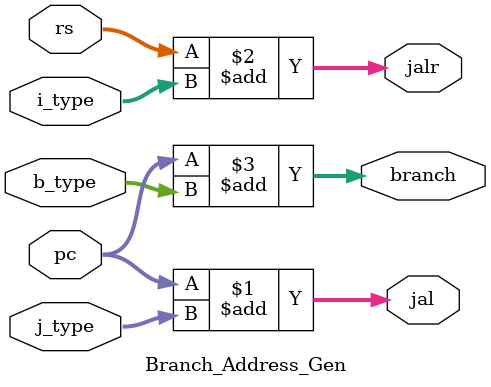
<source format=v>
`timescale 1ns / 1ps


module Branch_Address_Gen(
    // branch gen inputs
    input wire [31:0] rs,
    input wire [31:0] pc,
    input wire [31:0] i_type,
    input wire [31:0] j_type,
    input wire [31:0] b_type,
    // outputs of the branch addr gen
    output wire [31:0] jal,
    output wire [31:0] jalr,
    output wire [31:0] branch
    // what determines the type of output the generator generates?
    );
    
    assign jal = (pc) + j_type; // next experiment revert pc-4 to pc
    assign jalr = rs + i_type; // next eperiment turn 12 into rs
    assign branch = (pc) + b_type; // BE WEARY OF PC supposed to be pc-4
    
endmodule

</source>
